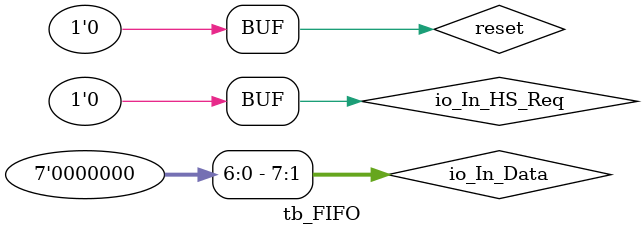
<source format=v>
`timescale 1ns / 1ps


module tb_FIFO();

	reg		reset, io_In_HS_Req;
	reg		[7:0] io_In_Data;
	wire	[7:0] io_Out_Data;

FIFO	uut(
	0,
	reset,
	io_In_HS_Req,
	io_In_HS_Ack,
	io_In_Data,
	io_Out_HS_Req,
	io_Out_HS_Ack,
	io_Out_Data
);

	initial begin
	reset = 0;
	io_In_HS_Req = 0;
	io_In_Data = 0;
	#100;
	reset = 1;
	#100;
	reset = 0;
	#100;
	repeat(16)
		begin
		io_In_HS_Req = ~io_In_HS_Req;
		io_In_Data = $random;
		#100;
		if((io_In_HS_Req==io_Out_HS_Req)&&(io_In_Data==io_Out_Data))
			$display("Test successed!");
		else
			$display("Test failed!");
		end
	end

	assign #5 io_Out_HS_Ack = io_Out_HS_Req;

endmodule

</source>
